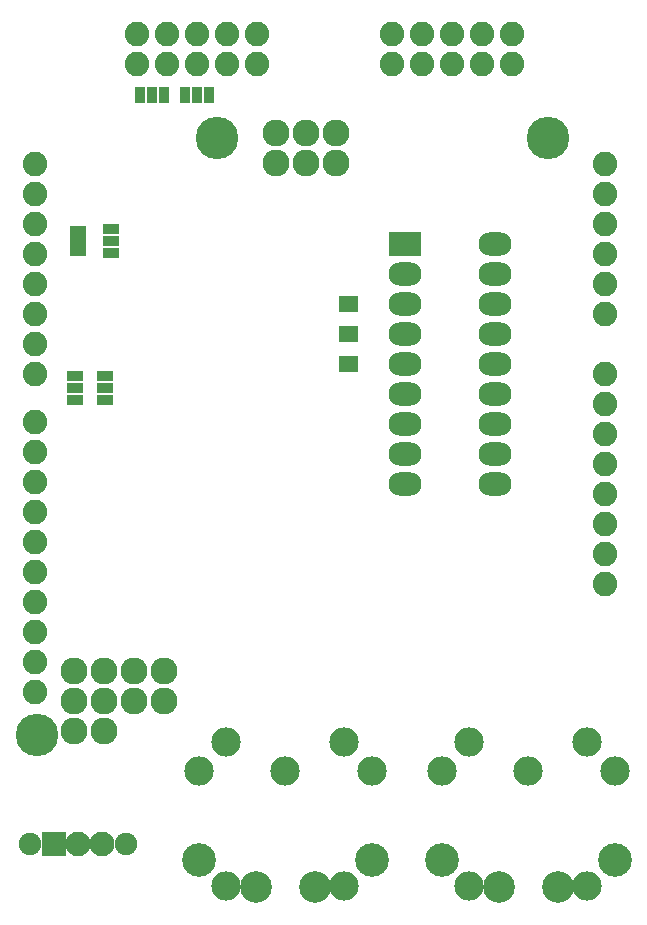
<source format=gbs>
G04 #@! TF.FileFunction,Soldermask,Bot*
%FSLAX46Y46*%
G04 Gerber Fmt 4.6, Leading zero omitted, Abs format (unit mm)*
G04 Created by KiCad (PCBNEW 4.0.7-e2-6376~58~ubuntu16.04.1) date Mon Aug 13 19:10:38 2018*
%MOMM*%
%LPD*%
G01*
G04 APERTURE LIST*
%ADD10C,0.100000*%
%ADD11C,2.082800*%
%ADD12R,0.838200X1.473200*%
%ADD13R,1.473200X0.838200*%
%ADD14C,2.850000*%
%ADD15C,2.489200*%
%ADD16C,2.686000*%
%ADD17R,2.800000X2.000000*%
%ADD18O,2.800000X2.000000*%
%ADD19R,2.100000X2.100000*%
%ADD20C,2.100000*%
%ADD21C,1.900000*%
%ADD22C,2.279600*%
%ADD23C,3.600000*%
G04 APERTURE END LIST*
D10*
D11*
X159385000Y-41910000D03*
X159385000Y-39370000D03*
X161925000Y-41910000D03*
X161925000Y-39370000D03*
X164465000Y-41910000D03*
X164465000Y-39370000D03*
X167005000Y-41910000D03*
X167005000Y-39370000D03*
X169545000Y-41910000D03*
X169545000Y-39370000D03*
D12*
X163449000Y-44577000D03*
X164465000Y-44577000D03*
X165481000Y-44577000D03*
X159639000Y-44577000D03*
X160655000Y-44577000D03*
X161671000Y-44577000D03*
D13*
X154178000Y-68326000D03*
X154178000Y-69342000D03*
X154178000Y-70358000D03*
D12*
X177698400Y-67310000D03*
X176885600Y-67310000D03*
D13*
X156718000Y-70358000D03*
X156718000Y-69342000D03*
X156718000Y-68326000D03*
D12*
X177698400Y-64770000D03*
X176885600Y-64770000D03*
X177698400Y-62230000D03*
X176885600Y-62230000D03*
D11*
X180975000Y-41910000D03*
X180975000Y-39370000D03*
X183515000Y-41910000D03*
X183515000Y-39370000D03*
X186055000Y-41910000D03*
X186055000Y-39370000D03*
X188595000Y-41910000D03*
X188595000Y-39370000D03*
X191135000Y-41910000D03*
X191135000Y-39370000D03*
D14*
X199832000Y-109300000D03*
D15*
X199831960Y-101800660D03*
X192532000Y-101800660D03*
X185232040Y-101800660D03*
X197530720Y-99301300D03*
X187533280Y-99301300D03*
X187533280Y-111500920D03*
X197530720Y-111500920D03*
D16*
X190032000Y-111600000D03*
X195032000Y-111600000D03*
D14*
X185232000Y-109300000D03*
X179258000Y-109300000D03*
D15*
X179257960Y-101800660D03*
X171958000Y-101800660D03*
X164658040Y-101800660D03*
X176956720Y-99301300D03*
X166959280Y-99301300D03*
X166959280Y-111500920D03*
X176956720Y-111500920D03*
D16*
X169458000Y-111600000D03*
X174458000Y-111600000D03*
D14*
X164658000Y-109300000D03*
D13*
X154432000Y-57708800D03*
X154432000Y-56896000D03*
X154432000Y-56083200D03*
X157226000Y-55880000D03*
X157226000Y-56896000D03*
X157226000Y-57912000D03*
D17*
X182118000Y-57150000D03*
D18*
X189738000Y-77470000D03*
X182118000Y-59690000D03*
X189738000Y-74930000D03*
X182118000Y-62230000D03*
X189738000Y-72390000D03*
X182118000Y-64770000D03*
X189738000Y-69850000D03*
X182118000Y-67310000D03*
X189738000Y-67310000D03*
X182118000Y-69850000D03*
X189738000Y-64770000D03*
X182118000Y-72390000D03*
X189738000Y-62230000D03*
X182118000Y-74930000D03*
X189738000Y-59690000D03*
X182118000Y-77470000D03*
X189738000Y-57150000D03*
D19*
X152400000Y-107950000D03*
D20*
X154400000Y-107950000D03*
X156400000Y-107950000D03*
D21*
X150300000Y-107950000D03*
X158500000Y-107950000D03*
D22*
X176253500Y-47723000D03*
X176253500Y-50263000D03*
X173713500Y-47723000D03*
X173713500Y-50263000D03*
X171173500Y-47723000D03*
X171173500Y-50263000D03*
D11*
X199050000Y-78330000D03*
X199050000Y-75790000D03*
X199050000Y-63090000D03*
X199050000Y-60550000D03*
X199050000Y-58010000D03*
X199050000Y-55470000D03*
X199050000Y-52930000D03*
X199050000Y-50390000D03*
X150790000Y-90014000D03*
X150790000Y-55470000D03*
X150790000Y-58010000D03*
X150790000Y-60550000D03*
X150790000Y-63090000D03*
X150790000Y-65630000D03*
X150790000Y-68170000D03*
X150790000Y-72234000D03*
X150790000Y-74774000D03*
X150790000Y-77314000D03*
X150790000Y-79854000D03*
X150790000Y-82394000D03*
X150790000Y-84934000D03*
X199050000Y-73250000D03*
X199050000Y-70710000D03*
X150790000Y-87474000D03*
X199050000Y-83410000D03*
X199050000Y-85950000D03*
X199050000Y-80870000D03*
X150790000Y-50390000D03*
X150790000Y-95094000D03*
X150790000Y-92554000D03*
X150790000Y-52930000D03*
X199050000Y-68170000D03*
D22*
X154092000Y-93316000D03*
X156632000Y-93316000D03*
X159172000Y-93316000D03*
X161712000Y-93316000D03*
X154092000Y-95856000D03*
X156632000Y-95856000D03*
X159172000Y-95856000D03*
X161712000Y-95856000D03*
X154092000Y-98396000D03*
X156632000Y-98396000D03*
D23*
X150900000Y-98744000D03*
X166140000Y-48144000D03*
X194190000Y-48144000D03*
M02*

</source>
